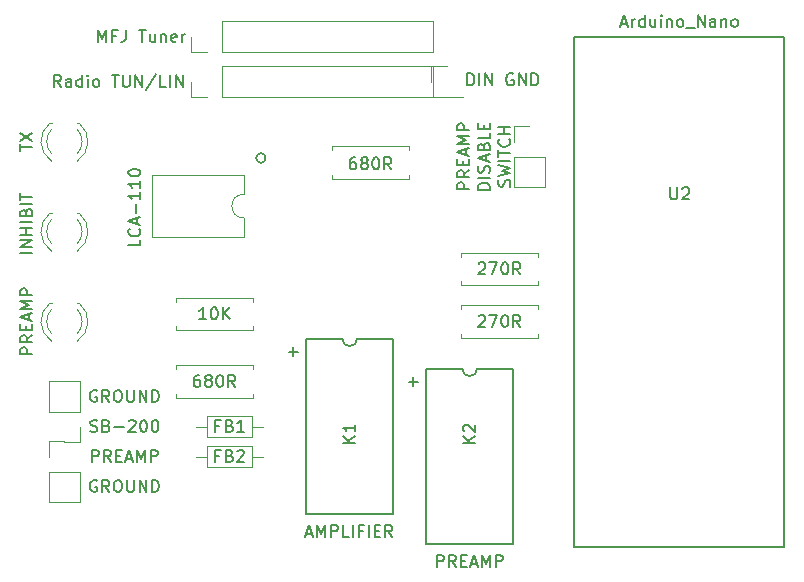
<source format=gbr>
G04 #@! TF.GenerationSoftware,KiCad,Pcbnew,(5.0.2)-1*
G04 #@! TF.CreationDate,2020-10-15T01:05:58-04:00*
G04 #@! TF.ProjectId,Sequencer,53657175-656e-4636-9572-2e6b69636164,TTGO V-2.8*
G04 #@! TF.SameCoordinates,Original*
G04 #@! TF.FileFunction,Legend,Top*
G04 #@! TF.FilePolarity,Positive*
%FSLAX46Y46*%
G04 Gerber Fmt 4.6, Leading zero omitted, Abs format (unit mm)*
G04 Created by KiCad (PCBNEW (5.0.2)-1) date 10/15/2020 1:05:58 AM*
%MOMM*%
%LPD*%
G01*
G04 APERTURE LIST*
%ADD10C,0.203200*%
%ADD11C,0.120000*%
%ADD12C,0.127000*%
%ADD13C,0.150000*%
G04 APERTURE END LIST*
D10*
X67312419Y-48477714D02*
X66296419Y-48477714D01*
X66296419Y-48090666D01*
X66344800Y-47993904D01*
X66393180Y-47945523D01*
X66489942Y-47897142D01*
X66635085Y-47897142D01*
X66731847Y-47945523D01*
X66780228Y-47993904D01*
X66828609Y-48090666D01*
X66828609Y-48477714D01*
X67312419Y-46881142D02*
X66828609Y-47219809D01*
X67312419Y-47461714D02*
X66296419Y-47461714D01*
X66296419Y-47074666D01*
X66344800Y-46977904D01*
X66393180Y-46929523D01*
X66489942Y-46881142D01*
X66635085Y-46881142D01*
X66731847Y-46929523D01*
X66780228Y-46977904D01*
X66828609Y-47074666D01*
X66828609Y-47461714D01*
X66780228Y-46445714D02*
X66780228Y-46107047D01*
X67312419Y-45961904D02*
X67312419Y-46445714D01*
X66296419Y-46445714D01*
X66296419Y-45961904D01*
X67022133Y-45574857D02*
X67022133Y-45091047D01*
X67312419Y-45671619D02*
X66296419Y-45332952D01*
X67312419Y-44994285D01*
X67312419Y-44655619D02*
X66296419Y-44655619D01*
X67022133Y-44316952D01*
X66296419Y-43978285D01*
X67312419Y-43978285D01*
X67312419Y-43494476D02*
X66296419Y-43494476D01*
X66296419Y-43107428D01*
X66344800Y-43010666D01*
X66393180Y-42962285D01*
X66489942Y-42913904D01*
X66635085Y-42913904D01*
X66731847Y-42962285D01*
X66780228Y-43010666D01*
X66828609Y-43107428D01*
X66828609Y-43494476D01*
X69039619Y-48526095D02*
X68023619Y-48526095D01*
X68023619Y-48284190D01*
X68072000Y-48139047D01*
X68168761Y-48042285D01*
X68265523Y-47993904D01*
X68459047Y-47945523D01*
X68604190Y-47945523D01*
X68797714Y-47993904D01*
X68894476Y-48042285D01*
X68991238Y-48139047D01*
X69039619Y-48284190D01*
X69039619Y-48526095D01*
X69039619Y-47510095D02*
X68023619Y-47510095D01*
X68991238Y-47074666D02*
X69039619Y-46929523D01*
X69039619Y-46687619D01*
X68991238Y-46590857D01*
X68942857Y-46542476D01*
X68846095Y-46494095D01*
X68749333Y-46494095D01*
X68652571Y-46542476D01*
X68604190Y-46590857D01*
X68555809Y-46687619D01*
X68507428Y-46881142D01*
X68459047Y-46977904D01*
X68410666Y-47026285D01*
X68313904Y-47074666D01*
X68217142Y-47074666D01*
X68120380Y-47026285D01*
X68072000Y-46977904D01*
X68023619Y-46881142D01*
X68023619Y-46639238D01*
X68072000Y-46494095D01*
X68749333Y-46107047D02*
X68749333Y-45623238D01*
X69039619Y-46203809D02*
X68023619Y-45865142D01*
X69039619Y-45526476D01*
X68507428Y-44849142D02*
X68555809Y-44704000D01*
X68604190Y-44655619D01*
X68700952Y-44607238D01*
X68846095Y-44607238D01*
X68942857Y-44655619D01*
X68991238Y-44704000D01*
X69039619Y-44800761D01*
X69039619Y-45187809D01*
X68023619Y-45187809D01*
X68023619Y-44849142D01*
X68072000Y-44752380D01*
X68120380Y-44704000D01*
X68217142Y-44655619D01*
X68313904Y-44655619D01*
X68410666Y-44704000D01*
X68459047Y-44752380D01*
X68507428Y-44849142D01*
X68507428Y-45187809D01*
X69039619Y-43688000D02*
X69039619Y-44171809D01*
X68023619Y-44171809D01*
X68507428Y-43349333D02*
X68507428Y-43010666D01*
X69039619Y-42865523D02*
X69039619Y-43349333D01*
X68023619Y-43349333D01*
X68023619Y-42865523D01*
X70718438Y-48260000D02*
X70766819Y-48114857D01*
X70766819Y-47872952D01*
X70718438Y-47776190D01*
X70670057Y-47727809D01*
X70573295Y-47679428D01*
X70476533Y-47679428D01*
X70379771Y-47727809D01*
X70331390Y-47776190D01*
X70283009Y-47872952D01*
X70234628Y-48066476D01*
X70186247Y-48163238D01*
X70137866Y-48211619D01*
X70041104Y-48260000D01*
X69944342Y-48260000D01*
X69847580Y-48211619D01*
X69799200Y-48163238D01*
X69750819Y-48066476D01*
X69750819Y-47824571D01*
X69799200Y-47679428D01*
X69750819Y-47340761D02*
X70766819Y-47098857D01*
X70041104Y-46905333D01*
X70766819Y-46711809D01*
X69750819Y-46469904D01*
X70766819Y-46082857D02*
X69750819Y-46082857D01*
X69750819Y-45744190D02*
X69750819Y-45163619D01*
X70766819Y-45453904D02*
X69750819Y-45453904D01*
X70670057Y-44244380D02*
X70718438Y-44292761D01*
X70766819Y-44437904D01*
X70766819Y-44534666D01*
X70718438Y-44679809D01*
X70621676Y-44776571D01*
X70524914Y-44824952D01*
X70331390Y-44873333D01*
X70186247Y-44873333D01*
X69992723Y-44824952D01*
X69895961Y-44776571D01*
X69799200Y-44679809D01*
X69750819Y-44534666D01*
X69750819Y-44437904D01*
X69799200Y-44292761D01*
X69847580Y-44244380D01*
X70766819Y-43808952D02*
X69750819Y-43808952D01*
X70234628Y-43808952D02*
X70234628Y-43228380D01*
X70766819Y-43228380D02*
X69750819Y-43228380D01*
X35753523Y-65532000D02*
X35656761Y-65483619D01*
X35511619Y-65483619D01*
X35366476Y-65532000D01*
X35269714Y-65628761D01*
X35221333Y-65725523D01*
X35172952Y-65919047D01*
X35172952Y-66064190D01*
X35221333Y-66257714D01*
X35269714Y-66354476D01*
X35366476Y-66451238D01*
X35511619Y-66499619D01*
X35608380Y-66499619D01*
X35753523Y-66451238D01*
X35801904Y-66402857D01*
X35801904Y-66064190D01*
X35608380Y-66064190D01*
X36817904Y-66499619D02*
X36479238Y-66015809D01*
X36237333Y-66499619D02*
X36237333Y-65483619D01*
X36624380Y-65483619D01*
X36721142Y-65532000D01*
X36769523Y-65580380D01*
X36817904Y-65677142D01*
X36817904Y-65822285D01*
X36769523Y-65919047D01*
X36721142Y-65967428D01*
X36624380Y-66015809D01*
X36237333Y-66015809D01*
X37446857Y-65483619D02*
X37640380Y-65483619D01*
X37737142Y-65532000D01*
X37833904Y-65628761D01*
X37882285Y-65822285D01*
X37882285Y-66160952D01*
X37833904Y-66354476D01*
X37737142Y-66451238D01*
X37640380Y-66499619D01*
X37446857Y-66499619D01*
X37350095Y-66451238D01*
X37253333Y-66354476D01*
X37204952Y-66160952D01*
X37204952Y-65822285D01*
X37253333Y-65628761D01*
X37350095Y-65532000D01*
X37446857Y-65483619D01*
X38317714Y-65483619D02*
X38317714Y-66306095D01*
X38366095Y-66402857D01*
X38414476Y-66451238D01*
X38511238Y-66499619D01*
X38704761Y-66499619D01*
X38801523Y-66451238D01*
X38849904Y-66402857D01*
X38898285Y-66306095D01*
X38898285Y-65483619D01*
X39382095Y-66499619D02*
X39382095Y-65483619D01*
X39962666Y-66499619D01*
X39962666Y-65483619D01*
X40446476Y-66499619D02*
X40446476Y-65483619D01*
X40688380Y-65483619D01*
X40833523Y-65532000D01*
X40930285Y-65628761D01*
X40978666Y-65725523D01*
X41027047Y-65919047D01*
X41027047Y-66064190D01*
X40978666Y-66257714D01*
X40930285Y-66354476D01*
X40833523Y-66451238D01*
X40688380Y-66499619D01*
X40446476Y-66499619D01*
X35753523Y-73152000D02*
X35656761Y-73103619D01*
X35511619Y-73103619D01*
X35366476Y-73152000D01*
X35269714Y-73248761D01*
X35221333Y-73345523D01*
X35172952Y-73539047D01*
X35172952Y-73684190D01*
X35221333Y-73877714D01*
X35269714Y-73974476D01*
X35366476Y-74071238D01*
X35511619Y-74119619D01*
X35608380Y-74119619D01*
X35753523Y-74071238D01*
X35801904Y-74022857D01*
X35801904Y-73684190D01*
X35608380Y-73684190D01*
X36817904Y-74119619D02*
X36479238Y-73635809D01*
X36237333Y-74119619D02*
X36237333Y-73103619D01*
X36624380Y-73103619D01*
X36721142Y-73152000D01*
X36769523Y-73200380D01*
X36817904Y-73297142D01*
X36817904Y-73442285D01*
X36769523Y-73539047D01*
X36721142Y-73587428D01*
X36624380Y-73635809D01*
X36237333Y-73635809D01*
X37446857Y-73103619D02*
X37640380Y-73103619D01*
X37737142Y-73152000D01*
X37833904Y-73248761D01*
X37882285Y-73442285D01*
X37882285Y-73780952D01*
X37833904Y-73974476D01*
X37737142Y-74071238D01*
X37640380Y-74119619D01*
X37446857Y-74119619D01*
X37350095Y-74071238D01*
X37253333Y-73974476D01*
X37204952Y-73780952D01*
X37204952Y-73442285D01*
X37253333Y-73248761D01*
X37350095Y-73152000D01*
X37446857Y-73103619D01*
X38317714Y-73103619D02*
X38317714Y-73926095D01*
X38366095Y-74022857D01*
X38414476Y-74071238D01*
X38511238Y-74119619D01*
X38704761Y-74119619D01*
X38801523Y-74071238D01*
X38849904Y-74022857D01*
X38898285Y-73926095D01*
X38898285Y-73103619D01*
X39382095Y-74119619D02*
X39382095Y-73103619D01*
X39962666Y-74119619D01*
X39962666Y-73103619D01*
X40446476Y-74119619D02*
X40446476Y-73103619D01*
X40688380Y-73103619D01*
X40833523Y-73152000D01*
X40930285Y-73248761D01*
X40978666Y-73345523D01*
X41027047Y-73539047D01*
X41027047Y-73684190D01*
X40978666Y-73877714D01*
X40930285Y-73974476D01*
X40833523Y-74071238D01*
X40688380Y-74119619D01*
X40446476Y-74119619D01*
D11*
G04 #@! TO.C,SW2*
X71060000Y-48320000D02*
X73720000Y-48320000D01*
X71060000Y-45720000D02*
X71060000Y-48320000D01*
X73720000Y-45720000D02*
X73720000Y-48320000D01*
X71060000Y-45720000D02*
X73720000Y-45720000D01*
X71060000Y-44450000D02*
X71060000Y-43120000D01*
X71060000Y-43120000D02*
X72390000Y-43120000D01*
G04 #@! TO.C,FB2*
X44120000Y-71120000D02*
X45070000Y-71120000D01*
X49860000Y-71120000D02*
X48910000Y-71120000D01*
X45070000Y-72040000D02*
X48910000Y-72040000D01*
X45070000Y-70200000D02*
X45070000Y-72040000D01*
X48910000Y-70200000D02*
X45070000Y-70200000D01*
X48910000Y-72040000D02*
X48910000Y-70200000D01*
G04 #@! TO.C,FB1*
X48910000Y-69500000D02*
X48910000Y-67660000D01*
X48910000Y-67660000D02*
X45070000Y-67660000D01*
X45070000Y-67660000D02*
X45070000Y-69500000D01*
X45070000Y-69500000D02*
X48910000Y-69500000D01*
X49860000Y-68580000D02*
X48910000Y-68580000D01*
X44120000Y-68580000D02*
X45070000Y-68580000D01*
G04 #@! TO.C,J5*
X64075000Y-40700000D02*
X66735000Y-40700000D01*
X64075000Y-40640000D02*
X64075000Y-40700000D01*
X66735000Y-40640000D02*
X66735000Y-40700000D01*
X64075000Y-40640000D02*
X66735000Y-40640000D01*
X64075000Y-39370000D02*
X64075000Y-38040000D01*
X64075000Y-38040000D02*
X65405000Y-38040000D01*
G04 #@! TO.C,J3*
X31690000Y-69790000D02*
X33020000Y-69790000D01*
X31690000Y-71120000D02*
X31690000Y-69790000D01*
X31690000Y-72390000D02*
X34350000Y-72390000D01*
X34350000Y-72390000D02*
X34350000Y-74990000D01*
X31690000Y-72390000D02*
X31690000Y-74990000D01*
X31690000Y-74990000D02*
X34350000Y-74990000D01*
D12*
G04 #@! TO.C,K2*
X63652400Y-63677800D02*
X66649600Y-63677800D01*
X70993000Y-63677800D02*
X68021200Y-63677800D01*
X67970400Y-63677800D02*
G75*
G02X66700400Y-63677800I-635000J0D01*
G01*
X71010000Y-78570000D02*
X63610000Y-78570000D01*
X63610000Y-63670000D02*
X63610000Y-78570000D01*
X71010000Y-63670000D02*
X71010000Y-78570000D01*
D11*
G04 #@! TO.C,D3*
X34098608Y-61362335D02*
G75*
G03X34255516Y-58130000I-1078608J1672335D01*
G01*
X31941392Y-61362335D02*
G75*
G02X31784484Y-58130000I1078608J1672335D01*
G01*
X34099837Y-60731130D02*
G75*
G03X34100000Y-58649039I-1079837J1041130D01*
G01*
X31940163Y-60731130D02*
G75*
G02X31940000Y-58649039I1079837J1041130D01*
G01*
X34256000Y-58130000D02*
X34100000Y-58130000D01*
X31940000Y-58130000D02*
X31784000Y-58130000D01*
G04 #@! TO.C,R5*
X42450000Y-63730000D02*
X42450000Y-63400000D01*
X42450000Y-63400000D02*
X48990000Y-63400000D01*
X48990000Y-63400000D02*
X48990000Y-63730000D01*
X42450000Y-65810000D02*
X42450000Y-66140000D01*
X42450000Y-66140000D02*
X48990000Y-66140000D01*
X48990000Y-66140000D02*
X48990000Y-65810000D01*
G04 #@! TO.C,J2*
X34350000Y-64710000D02*
X31690000Y-64710000D01*
X34350000Y-67310000D02*
X34350000Y-64710000D01*
X31690000Y-67310000D02*
X31690000Y-64710000D01*
X34350000Y-67310000D02*
X31690000Y-67310000D01*
X34350000Y-68580000D02*
X34350000Y-69910000D01*
X34350000Y-69910000D02*
X33020000Y-69910000D01*
G04 #@! TO.C,J4*
X64195000Y-36890000D02*
X64195000Y-34230000D01*
X46355000Y-36890000D02*
X64195000Y-36890000D01*
X46355000Y-34230000D02*
X64195000Y-34230000D01*
X46355000Y-36890000D02*
X46355000Y-34230000D01*
X45085000Y-36890000D02*
X43755000Y-36890000D01*
X43755000Y-36890000D02*
X43755000Y-35560000D01*
D12*
G04 #@! TO.C,U2*
X76200000Y-78740000D02*
X76200000Y-35560000D01*
X76200000Y-35560000D02*
X93980000Y-35560000D01*
X93980000Y-35560000D02*
X93980000Y-78740000D01*
X93980000Y-78740000D02*
X76200000Y-78740000D01*
G04 #@! TO.C,K1*
X60850000Y-61130000D02*
X60850000Y-76030000D01*
X53450000Y-61130000D02*
X53450000Y-76030000D01*
X60850000Y-76030000D02*
X53450000Y-76030000D01*
X57810400Y-61137800D02*
G75*
G02X56540400Y-61137800I-635000J0D01*
G01*
X60833000Y-61137800D02*
X57861200Y-61137800D01*
X53492400Y-61137800D02*
X56489600Y-61137800D01*
G04 #@! TO.C,U1*
X50058609Y-45847000D02*
G75*
G03X50058609Y-45847000I-401609J0D01*
G01*
D11*
X48193000Y-52561000D02*
X48193000Y-50911000D01*
X40453000Y-52561000D02*
X48193000Y-52561000D01*
X40453000Y-47261000D02*
X40453000Y-52561000D01*
X48193000Y-47261000D02*
X40453000Y-47261000D01*
X48193000Y-48911000D02*
X48193000Y-47261000D01*
X48193000Y-50911000D02*
G75*
G02X48193000Y-48911000I0J1000000D01*
G01*
G04 #@! TO.C,J1*
X43755000Y-40700000D02*
X43755000Y-39370000D01*
X45085000Y-40700000D02*
X43755000Y-40700000D01*
X46355000Y-40700000D02*
X46355000Y-38040000D01*
X46355000Y-38040000D02*
X64195000Y-38040000D01*
X46355000Y-40700000D02*
X64195000Y-40700000D01*
X64195000Y-40700000D02*
X64195000Y-38040000D01*
G04 #@! TO.C,D1*
X31940000Y-42890000D02*
X31784000Y-42890000D01*
X34256000Y-42890000D02*
X34100000Y-42890000D01*
X31940163Y-45491130D02*
G75*
G02X31940000Y-43409039I1079837J1041130D01*
G01*
X34099837Y-45491130D02*
G75*
G03X34100000Y-43409039I-1079837J1041130D01*
G01*
X31941392Y-46122335D02*
G75*
G02X31784484Y-42890000I1078608J1672335D01*
G01*
X34098608Y-46122335D02*
G75*
G03X34255516Y-42890000I-1078608J1672335D01*
G01*
G04 #@! TO.C,D2*
X34098608Y-53742335D02*
G75*
G03X34255516Y-50510000I-1078608J1672335D01*
G01*
X31941392Y-53742335D02*
G75*
G02X31784484Y-50510000I1078608J1672335D01*
G01*
X34099837Y-53111130D02*
G75*
G03X34100000Y-51029039I-1079837J1041130D01*
G01*
X31940163Y-53111130D02*
G75*
G02X31940000Y-51029039I1079837J1041130D01*
G01*
X34256000Y-50510000D02*
X34100000Y-50510000D01*
X31940000Y-50510000D02*
X31784000Y-50510000D01*
G04 #@! TO.C,R2*
X48990000Y-60425000D02*
X48990000Y-60095000D01*
X42450000Y-60425000D02*
X48990000Y-60425000D01*
X42450000Y-60095000D02*
X42450000Y-60425000D01*
X48990000Y-57685000D02*
X48990000Y-58015000D01*
X42450000Y-57685000D02*
X48990000Y-57685000D01*
X42450000Y-58015000D02*
X42450000Y-57685000D01*
G04 #@! TO.C,R3*
X66580000Y-54205000D02*
X66580000Y-53875000D01*
X66580000Y-53875000D02*
X73120000Y-53875000D01*
X73120000Y-53875000D02*
X73120000Y-54205000D01*
X66580000Y-56285000D02*
X66580000Y-56615000D01*
X66580000Y-56615000D02*
X73120000Y-56615000D01*
X73120000Y-56615000D02*
X73120000Y-56285000D01*
G04 #@! TO.C,R4*
X73120000Y-61060000D02*
X73120000Y-60730000D01*
X66580000Y-61060000D02*
X73120000Y-61060000D01*
X66580000Y-60730000D02*
X66580000Y-61060000D01*
X73120000Y-58320000D02*
X73120000Y-58650000D01*
X66580000Y-58320000D02*
X73120000Y-58320000D01*
X66580000Y-58650000D02*
X66580000Y-58320000D01*
G04 #@! TO.C,R1*
X55658000Y-45188000D02*
X55658000Y-44858000D01*
X55658000Y-44858000D02*
X62198000Y-44858000D01*
X62198000Y-44858000D02*
X62198000Y-45188000D01*
X55658000Y-47268000D02*
X55658000Y-47598000D01*
X55658000Y-47598000D02*
X62198000Y-47598000D01*
X62198000Y-47598000D02*
X62198000Y-47268000D01*
G04 #@! TO.C,FB2*
D10*
X46143333Y-71047428D02*
X45804666Y-71047428D01*
X45804666Y-71579619D02*
X45804666Y-70563619D01*
X46288476Y-70563619D01*
X47014190Y-71047428D02*
X47159333Y-71095809D01*
X47207714Y-71144190D01*
X47256095Y-71240952D01*
X47256095Y-71386095D01*
X47207714Y-71482857D01*
X47159333Y-71531238D01*
X47062571Y-71579619D01*
X46675523Y-71579619D01*
X46675523Y-70563619D01*
X47014190Y-70563619D01*
X47110952Y-70612000D01*
X47159333Y-70660380D01*
X47207714Y-70757142D01*
X47207714Y-70853904D01*
X47159333Y-70950666D01*
X47110952Y-70999047D01*
X47014190Y-71047428D01*
X46675523Y-71047428D01*
X47643142Y-70660380D02*
X47691523Y-70612000D01*
X47788285Y-70563619D01*
X48030190Y-70563619D01*
X48126952Y-70612000D01*
X48175333Y-70660380D01*
X48223714Y-70757142D01*
X48223714Y-70853904D01*
X48175333Y-70999047D01*
X47594761Y-71579619D01*
X48223714Y-71579619D01*
G04 #@! TO.C,FB1*
X46143333Y-68507428D02*
X45804666Y-68507428D01*
X45804666Y-69039619D02*
X45804666Y-68023619D01*
X46288476Y-68023619D01*
X47014190Y-68507428D02*
X47159333Y-68555809D01*
X47207714Y-68604190D01*
X47256095Y-68700952D01*
X47256095Y-68846095D01*
X47207714Y-68942857D01*
X47159333Y-68991238D01*
X47062571Y-69039619D01*
X46675523Y-69039619D01*
X46675523Y-68023619D01*
X47014190Y-68023619D01*
X47110952Y-68072000D01*
X47159333Y-68120380D01*
X47207714Y-68217142D01*
X47207714Y-68313904D01*
X47159333Y-68410666D01*
X47110952Y-68459047D01*
X47014190Y-68507428D01*
X46675523Y-68507428D01*
X48223714Y-69039619D02*
X47643142Y-69039619D01*
X47933428Y-69039619D02*
X47933428Y-68023619D01*
X47836666Y-68168761D01*
X47739904Y-68265523D01*
X47643142Y-68313904D01*
G04 #@! TO.C,J5*
X67128571Y-39702619D02*
X67128571Y-38686619D01*
X67370476Y-38686619D01*
X67515619Y-38735000D01*
X67612380Y-38831761D01*
X67660761Y-38928523D01*
X67709142Y-39122047D01*
X67709142Y-39267190D01*
X67660761Y-39460714D01*
X67612380Y-39557476D01*
X67515619Y-39654238D01*
X67370476Y-39702619D01*
X67128571Y-39702619D01*
X68144571Y-39702619D02*
X68144571Y-38686619D01*
X68628380Y-39702619D02*
X68628380Y-38686619D01*
X69208952Y-39702619D01*
X69208952Y-38686619D01*
X70999047Y-38735000D02*
X70902285Y-38686619D01*
X70757142Y-38686619D01*
X70612000Y-38735000D01*
X70515238Y-38831761D01*
X70466857Y-38928523D01*
X70418476Y-39122047D01*
X70418476Y-39267190D01*
X70466857Y-39460714D01*
X70515238Y-39557476D01*
X70612000Y-39654238D01*
X70757142Y-39702619D01*
X70853904Y-39702619D01*
X70999047Y-39654238D01*
X71047428Y-39605857D01*
X71047428Y-39267190D01*
X70853904Y-39267190D01*
X71482857Y-39702619D02*
X71482857Y-38686619D01*
X72063428Y-39702619D01*
X72063428Y-38686619D01*
X72547238Y-39702619D02*
X72547238Y-38686619D01*
X72789142Y-38686619D01*
X72934285Y-38735000D01*
X73031047Y-38831761D01*
X73079428Y-38928523D01*
X73127809Y-39122047D01*
X73127809Y-39267190D01*
X73079428Y-39460714D01*
X73031047Y-39557476D01*
X72934285Y-39654238D01*
X72789142Y-39702619D01*
X72547238Y-39702619D01*
G04 #@! TO.C,J3*
X35342285Y-71579619D02*
X35342285Y-70563619D01*
X35729333Y-70563619D01*
X35826095Y-70612000D01*
X35874476Y-70660380D01*
X35922857Y-70757142D01*
X35922857Y-70902285D01*
X35874476Y-70999047D01*
X35826095Y-71047428D01*
X35729333Y-71095809D01*
X35342285Y-71095809D01*
X36938857Y-71579619D02*
X36600190Y-71095809D01*
X36358285Y-71579619D02*
X36358285Y-70563619D01*
X36745333Y-70563619D01*
X36842095Y-70612000D01*
X36890476Y-70660380D01*
X36938857Y-70757142D01*
X36938857Y-70902285D01*
X36890476Y-70999047D01*
X36842095Y-71047428D01*
X36745333Y-71095809D01*
X36358285Y-71095809D01*
X37374285Y-71047428D02*
X37712952Y-71047428D01*
X37858095Y-71579619D02*
X37374285Y-71579619D01*
X37374285Y-70563619D01*
X37858095Y-70563619D01*
X38245142Y-71289333D02*
X38728952Y-71289333D01*
X38148380Y-71579619D02*
X38487047Y-70563619D01*
X38825714Y-71579619D01*
X39164380Y-71579619D02*
X39164380Y-70563619D01*
X39503047Y-71289333D01*
X39841714Y-70563619D01*
X39841714Y-71579619D01*
X40325523Y-71579619D02*
X40325523Y-70563619D01*
X40712571Y-70563619D01*
X40809333Y-70612000D01*
X40857714Y-70660380D01*
X40906095Y-70757142D01*
X40906095Y-70902285D01*
X40857714Y-70999047D01*
X40809333Y-71047428D01*
X40712571Y-71095809D01*
X40325523Y-71095809D01*
G04 #@! TO.C,K2*
D13*
X67762380Y-69953095D02*
X66762380Y-69953095D01*
X67762380Y-69381666D02*
X67190952Y-69810238D01*
X66762380Y-69381666D02*
X67333809Y-69953095D01*
X66857619Y-69000714D02*
X66810000Y-68953095D01*
X66762380Y-68857857D01*
X66762380Y-68619761D01*
X66810000Y-68524523D01*
X66857619Y-68476904D01*
X66952857Y-68429285D01*
X67048095Y-68429285D01*
X67190952Y-68476904D01*
X67762380Y-69048333D01*
X67762380Y-68429285D01*
D10*
X64552285Y-80469619D02*
X64552285Y-79453619D01*
X64939333Y-79453619D01*
X65036095Y-79502000D01*
X65084476Y-79550380D01*
X65132857Y-79647142D01*
X65132857Y-79792285D01*
X65084476Y-79889047D01*
X65036095Y-79937428D01*
X64939333Y-79985809D01*
X64552285Y-79985809D01*
X66148857Y-80469619D02*
X65810190Y-79985809D01*
X65568285Y-80469619D02*
X65568285Y-79453619D01*
X65955333Y-79453619D01*
X66052095Y-79502000D01*
X66100476Y-79550380D01*
X66148857Y-79647142D01*
X66148857Y-79792285D01*
X66100476Y-79889047D01*
X66052095Y-79937428D01*
X65955333Y-79985809D01*
X65568285Y-79985809D01*
X66584285Y-79937428D02*
X66922952Y-79937428D01*
X67068095Y-80469619D02*
X66584285Y-80469619D01*
X66584285Y-79453619D01*
X67068095Y-79453619D01*
X67455142Y-80179333D02*
X67938952Y-80179333D01*
X67358380Y-80469619D02*
X67697047Y-79453619D01*
X68035714Y-80469619D01*
X68374380Y-80469619D02*
X68374380Y-79453619D01*
X68713047Y-80179333D01*
X69051714Y-79453619D01*
X69051714Y-80469619D01*
X69535523Y-80469619D02*
X69535523Y-79453619D01*
X69922571Y-79453619D01*
X70019333Y-79502000D01*
X70067714Y-79550380D01*
X70116095Y-79647142D01*
X70116095Y-79792285D01*
X70067714Y-79889047D01*
X70019333Y-79937428D01*
X69922571Y-79985809D01*
X69535523Y-79985809D01*
D13*
X62555428Y-65150952D02*
X62555428Y-64389047D01*
X62936380Y-64770000D02*
X62174476Y-64770000D01*
G04 #@! TO.C,D3*
D10*
X30304619Y-62447714D02*
X29288619Y-62447714D01*
X29288619Y-62060666D01*
X29337000Y-61963904D01*
X29385380Y-61915523D01*
X29482142Y-61867142D01*
X29627285Y-61867142D01*
X29724047Y-61915523D01*
X29772428Y-61963904D01*
X29820809Y-62060666D01*
X29820809Y-62447714D01*
X30304619Y-60851142D02*
X29820809Y-61189809D01*
X30304619Y-61431714D02*
X29288619Y-61431714D01*
X29288619Y-61044666D01*
X29337000Y-60947904D01*
X29385380Y-60899523D01*
X29482142Y-60851142D01*
X29627285Y-60851142D01*
X29724047Y-60899523D01*
X29772428Y-60947904D01*
X29820809Y-61044666D01*
X29820809Y-61431714D01*
X29772428Y-60415714D02*
X29772428Y-60077047D01*
X30304619Y-59931904D02*
X30304619Y-60415714D01*
X29288619Y-60415714D01*
X29288619Y-59931904D01*
X30014333Y-59544857D02*
X30014333Y-59061047D01*
X30304619Y-59641619D02*
X29288619Y-59302952D01*
X30304619Y-58964285D01*
X30304619Y-58625619D02*
X29288619Y-58625619D01*
X30014333Y-58286952D01*
X29288619Y-57948285D01*
X30304619Y-57948285D01*
X30304619Y-57464476D02*
X29288619Y-57464476D01*
X29288619Y-57077428D01*
X29337000Y-56980666D01*
X29385380Y-56932285D01*
X29482142Y-56883904D01*
X29627285Y-56883904D01*
X29724047Y-56932285D01*
X29772428Y-56980666D01*
X29820809Y-57077428D01*
X29820809Y-57464476D01*
G04 #@! TO.C,R5*
X44437904Y-64213619D02*
X44244380Y-64213619D01*
X44147619Y-64262000D01*
X44099238Y-64310380D01*
X44002476Y-64455523D01*
X43954095Y-64649047D01*
X43954095Y-65036095D01*
X44002476Y-65132857D01*
X44050857Y-65181238D01*
X44147619Y-65229619D01*
X44341142Y-65229619D01*
X44437904Y-65181238D01*
X44486285Y-65132857D01*
X44534666Y-65036095D01*
X44534666Y-64794190D01*
X44486285Y-64697428D01*
X44437904Y-64649047D01*
X44341142Y-64600666D01*
X44147619Y-64600666D01*
X44050857Y-64649047D01*
X44002476Y-64697428D01*
X43954095Y-64794190D01*
X45115238Y-64649047D02*
X45018476Y-64600666D01*
X44970095Y-64552285D01*
X44921714Y-64455523D01*
X44921714Y-64407142D01*
X44970095Y-64310380D01*
X45018476Y-64262000D01*
X45115238Y-64213619D01*
X45308761Y-64213619D01*
X45405523Y-64262000D01*
X45453904Y-64310380D01*
X45502285Y-64407142D01*
X45502285Y-64455523D01*
X45453904Y-64552285D01*
X45405523Y-64600666D01*
X45308761Y-64649047D01*
X45115238Y-64649047D01*
X45018476Y-64697428D01*
X44970095Y-64745809D01*
X44921714Y-64842571D01*
X44921714Y-65036095D01*
X44970095Y-65132857D01*
X45018476Y-65181238D01*
X45115238Y-65229619D01*
X45308761Y-65229619D01*
X45405523Y-65181238D01*
X45453904Y-65132857D01*
X45502285Y-65036095D01*
X45502285Y-64842571D01*
X45453904Y-64745809D01*
X45405523Y-64697428D01*
X45308761Y-64649047D01*
X46131238Y-64213619D02*
X46228000Y-64213619D01*
X46324761Y-64262000D01*
X46373142Y-64310380D01*
X46421523Y-64407142D01*
X46469904Y-64600666D01*
X46469904Y-64842571D01*
X46421523Y-65036095D01*
X46373142Y-65132857D01*
X46324761Y-65181238D01*
X46228000Y-65229619D01*
X46131238Y-65229619D01*
X46034476Y-65181238D01*
X45986095Y-65132857D01*
X45937714Y-65036095D01*
X45889333Y-64842571D01*
X45889333Y-64600666D01*
X45937714Y-64407142D01*
X45986095Y-64310380D01*
X46034476Y-64262000D01*
X46131238Y-64213619D01*
X47485904Y-65229619D02*
X47147238Y-64745809D01*
X46905333Y-65229619D02*
X46905333Y-64213619D01*
X47292380Y-64213619D01*
X47389142Y-64262000D01*
X47437523Y-64310380D01*
X47485904Y-64407142D01*
X47485904Y-64552285D01*
X47437523Y-64649047D01*
X47389142Y-64697428D01*
X47292380Y-64745809D01*
X46905333Y-64745809D01*
G04 #@! TO.C,J2*
X35221333Y-68991238D02*
X35366476Y-69039619D01*
X35608380Y-69039619D01*
X35705142Y-68991238D01*
X35753523Y-68942857D01*
X35801904Y-68846095D01*
X35801904Y-68749333D01*
X35753523Y-68652571D01*
X35705142Y-68604190D01*
X35608380Y-68555809D01*
X35414857Y-68507428D01*
X35318095Y-68459047D01*
X35269714Y-68410666D01*
X35221333Y-68313904D01*
X35221333Y-68217142D01*
X35269714Y-68120380D01*
X35318095Y-68072000D01*
X35414857Y-68023619D01*
X35656761Y-68023619D01*
X35801904Y-68072000D01*
X36576000Y-68507428D02*
X36721142Y-68555809D01*
X36769523Y-68604190D01*
X36817904Y-68700952D01*
X36817904Y-68846095D01*
X36769523Y-68942857D01*
X36721142Y-68991238D01*
X36624380Y-69039619D01*
X36237333Y-69039619D01*
X36237333Y-68023619D01*
X36576000Y-68023619D01*
X36672761Y-68072000D01*
X36721142Y-68120380D01*
X36769523Y-68217142D01*
X36769523Y-68313904D01*
X36721142Y-68410666D01*
X36672761Y-68459047D01*
X36576000Y-68507428D01*
X36237333Y-68507428D01*
X37253333Y-68652571D02*
X38027428Y-68652571D01*
X38462857Y-68120380D02*
X38511238Y-68072000D01*
X38608000Y-68023619D01*
X38849904Y-68023619D01*
X38946666Y-68072000D01*
X38995047Y-68120380D01*
X39043428Y-68217142D01*
X39043428Y-68313904D01*
X38995047Y-68459047D01*
X38414476Y-69039619D01*
X39043428Y-69039619D01*
X39672380Y-68023619D02*
X39769142Y-68023619D01*
X39865904Y-68072000D01*
X39914285Y-68120380D01*
X39962666Y-68217142D01*
X40011047Y-68410666D01*
X40011047Y-68652571D01*
X39962666Y-68846095D01*
X39914285Y-68942857D01*
X39865904Y-68991238D01*
X39769142Y-69039619D01*
X39672380Y-69039619D01*
X39575619Y-68991238D01*
X39527238Y-68942857D01*
X39478857Y-68846095D01*
X39430476Y-68652571D01*
X39430476Y-68410666D01*
X39478857Y-68217142D01*
X39527238Y-68120380D01*
X39575619Y-68072000D01*
X39672380Y-68023619D01*
X40640000Y-68023619D02*
X40736761Y-68023619D01*
X40833523Y-68072000D01*
X40881904Y-68120380D01*
X40930285Y-68217142D01*
X40978666Y-68410666D01*
X40978666Y-68652571D01*
X40930285Y-68846095D01*
X40881904Y-68942857D01*
X40833523Y-68991238D01*
X40736761Y-69039619D01*
X40640000Y-69039619D01*
X40543238Y-68991238D01*
X40494857Y-68942857D01*
X40446476Y-68846095D01*
X40398095Y-68652571D01*
X40398095Y-68410666D01*
X40446476Y-68217142D01*
X40494857Y-68120380D01*
X40543238Y-68072000D01*
X40640000Y-68023619D01*
G04 #@! TO.C,J4*
X32729714Y-39829619D02*
X32391047Y-39345809D01*
X32149142Y-39829619D02*
X32149142Y-38813619D01*
X32536190Y-38813619D01*
X32632952Y-38862000D01*
X32681333Y-38910380D01*
X32729714Y-39007142D01*
X32729714Y-39152285D01*
X32681333Y-39249047D01*
X32632952Y-39297428D01*
X32536190Y-39345809D01*
X32149142Y-39345809D01*
X33600571Y-39829619D02*
X33600571Y-39297428D01*
X33552190Y-39200666D01*
X33455428Y-39152285D01*
X33261904Y-39152285D01*
X33165142Y-39200666D01*
X33600571Y-39781238D02*
X33503809Y-39829619D01*
X33261904Y-39829619D01*
X33165142Y-39781238D01*
X33116761Y-39684476D01*
X33116761Y-39587714D01*
X33165142Y-39490952D01*
X33261904Y-39442571D01*
X33503809Y-39442571D01*
X33600571Y-39394190D01*
X34519809Y-39829619D02*
X34519809Y-38813619D01*
X34519809Y-39781238D02*
X34423047Y-39829619D01*
X34229523Y-39829619D01*
X34132761Y-39781238D01*
X34084380Y-39732857D01*
X34036000Y-39636095D01*
X34036000Y-39345809D01*
X34084380Y-39249047D01*
X34132761Y-39200666D01*
X34229523Y-39152285D01*
X34423047Y-39152285D01*
X34519809Y-39200666D01*
X35003619Y-39829619D02*
X35003619Y-39152285D01*
X35003619Y-38813619D02*
X34955238Y-38862000D01*
X35003619Y-38910380D01*
X35052000Y-38862000D01*
X35003619Y-38813619D01*
X35003619Y-38910380D01*
X35632571Y-39829619D02*
X35535809Y-39781238D01*
X35487428Y-39732857D01*
X35439047Y-39636095D01*
X35439047Y-39345809D01*
X35487428Y-39249047D01*
X35535809Y-39200666D01*
X35632571Y-39152285D01*
X35777714Y-39152285D01*
X35874476Y-39200666D01*
X35922857Y-39249047D01*
X35971238Y-39345809D01*
X35971238Y-39636095D01*
X35922857Y-39732857D01*
X35874476Y-39781238D01*
X35777714Y-39829619D01*
X35632571Y-39829619D01*
X37035619Y-38813619D02*
X37616190Y-38813619D01*
X37325904Y-39829619D02*
X37325904Y-38813619D01*
X37954857Y-38813619D02*
X37954857Y-39636095D01*
X38003238Y-39732857D01*
X38051619Y-39781238D01*
X38148380Y-39829619D01*
X38341904Y-39829619D01*
X38438666Y-39781238D01*
X38487047Y-39732857D01*
X38535428Y-39636095D01*
X38535428Y-38813619D01*
X39019238Y-39829619D02*
X39019238Y-38813619D01*
X39599809Y-39829619D01*
X39599809Y-38813619D01*
X40809333Y-38765238D02*
X39938476Y-40071523D01*
X41631809Y-39829619D02*
X41148000Y-39829619D01*
X41148000Y-38813619D01*
X41970476Y-39829619D02*
X41970476Y-38813619D01*
X42454285Y-39829619D02*
X42454285Y-38813619D01*
X43034857Y-39829619D01*
X43034857Y-38813619D01*
G04 #@! TO.C,U2*
X84315904Y-48338619D02*
X84315904Y-49161095D01*
X84364285Y-49257857D01*
X84412666Y-49306238D01*
X84509428Y-49354619D01*
X84702952Y-49354619D01*
X84799714Y-49306238D01*
X84848095Y-49257857D01*
X84896476Y-49161095D01*
X84896476Y-48338619D01*
X85331904Y-48435380D02*
X85380285Y-48387000D01*
X85477047Y-48338619D01*
X85718952Y-48338619D01*
X85815714Y-48387000D01*
X85864095Y-48435380D01*
X85912476Y-48532142D01*
X85912476Y-48628904D01*
X85864095Y-48774047D01*
X85283523Y-49354619D01*
X85912476Y-49354619D01*
X80155142Y-34459333D02*
X80638952Y-34459333D01*
X80058380Y-34749619D02*
X80397047Y-33733619D01*
X80735714Y-34749619D01*
X81074380Y-34749619D02*
X81074380Y-34072285D01*
X81074380Y-34265809D02*
X81122761Y-34169047D01*
X81171142Y-34120666D01*
X81267904Y-34072285D01*
X81364666Y-34072285D01*
X82138761Y-34749619D02*
X82138761Y-33733619D01*
X82138761Y-34701238D02*
X82042000Y-34749619D01*
X81848476Y-34749619D01*
X81751714Y-34701238D01*
X81703333Y-34652857D01*
X81654952Y-34556095D01*
X81654952Y-34265809D01*
X81703333Y-34169047D01*
X81751714Y-34120666D01*
X81848476Y-34072285D01*
X82042000Y-34072285D01*
X82138761Y-34120666D01*
X83058000Y-34072285D02*
X83058000Y-34749619D01*
X82622571Y-34072285D02*
X82622571Y-34604476D01*
X82670952Y-34701238D01*
X82767714Y-34749619D01*
X82912857Y-34749619D01*
X83009619Y-34701238D01*
X83058000Y-34652857D01*
X83541809Y-34749619D02*
X83541809Y-34072285D01*
X83541809Y-33733619D02*
X83493428Y-33782000D01*
X83541809Y-33830380D01*
X83590190Y-33782000D01*
X83541809Y-33733619D01*
X83541809Y-33830380D01*
X84025619Y-34072285D02*
X84025619Y-34749619D01*
X84025619Y-34169047D02*
X84074000Y-34120666D01*
X84170761Y-34072285D01*
X84315904Y-34072285D01*
X84412666Y-34120666D01*
X84461047Y-34217428D01*
X84461047Y-34749619D01*
X85090000Y-34749619D02*
X84993238Y-34701238D01*
X84944857Y-34652857D01*
X84896476Y-34556095D01*
X84896476Y-34265809D01*
X84944857Y-34169047D01*
X84993238Y-34120666D01*
X85090000Y-34072285D01*
X85235142Y-34072285D01*
X85331904Y-34120666D01*
X85380285Y-34169047D01*
X85428666Y-34265809D01*
X85428666Y-34556095D01*
X85380285Y-34652857D01*
X85331904Y-34701238D01*
X85235142Y-34749619D01*
X85090000Y-34749619D01*
X85622190Y-34846380D02*
X86396285Y-34846380D01*
X86638190Y-34749619D02*
X86638190Y-33733619D01*
X87218761Y-34749619D01*
X87218761Y-33733619D01*
X88138000Y-34749619D02*
X88138000Y-34217428D01*
X88089619Y-34120666D01*
X87992857Y-34072285D01*
X87799333Y-34072285D01*
X87702571Y-34120666D01*
X88138000Y-34701238D02*
X88041238Y-34749619D01*
X87799333Y-34749619D01*
X87702571Y-34701238D01*
X87654190Y-34604476D01*
X87654190Y-34507714D01*
X87702571Y-34410952D01*
X87799333Y-34362571D01*
X88041238Y-34362571D01*
X88138000Y-34314190D01*
X88621809Y-34072285D02*
X88621809Y-34749619D01*
X88621809Y-34169047D02*
X88670190Y-34120666D01*
X88766952Y-34072285D01*
X88912095Y-34072285D01*
X89008857Y-34120666D01*
X89057238Y-34217428D01*
X89057238Y-34749619D01*
X89686190Y-34749619D02*
X89589428Y-34701238D01*
X89541047Y-34652857D01*
X89492666Y-34556095D01*
X89492666Y-34265809D01*
X89541047Y-34169047D01*
X89589428Y-34120666D01*
X89686190Y-34072285D01*
X89831333Y-34072285D01*
X89928095Y-34120666D01*
X89976476Y-34169047D01*
X90024857Y-34265809D01*
X90024857Y-34556095D01*
X89976476Y-34652857D01*
X89928095Y-34701238D01*
X89831333Y-34749619D01*
X89686190Y-34749619D01*
G04 #@! TO.C,K1*
D13*
X57602380Y-69953095D02*
X56602380Y-69953095D01*
X57602380Y-69381666D02*
X57030952Y-69810238D01*
X56602380Y-69381666D02*
X57173809Y-69953095D01*
X57602380Y-68429285D02*
X57602380Y-69000714D01*
X57602380Y-68715000D02*
X56602380Y-68715000D01*
X56745238Y-68810238D01*
X56840476Y-68905476D01*
X56888095Y-69000714D01*
D10*
X53521428Y-77639333D02*
X54005238Y-77639333D01*
X53424666Y-77929619D02*
X53763333Y-76913619D01*
X54102000Y-77929619D01*
X54440666Y-77929619D02*
X54440666Y-76913619D01*
X54779333Y-77639333D01*
X55118000Y-76913619D01*
X55118000Y-77929619D01*
X55601809Y-77929619D02*
X55601809Y-76913619D01*
X55988857Y-76913619D01*
X56085619Y-76962000D01*
X56134000Y-77010380D01*
X56182380Y-77107142D01*
X56182380Y-77252285D01*
X56134000Y-77349047D01*
X56085619Y-77397428D01*
X55988857Y-77445809D01*
X55601809Y-77445809D01*
X57101619Y-77929619D02*
X56617809Y-77929619D01*
X56617809Y-76913619D01*
X57440285Y-77929619D02*
X57440285Y-76913619D01*
X58262761Y-77397428D02*
X57924095Y-77397428D01*
X57924095Y-77929619D02*
X57924095Y-76913619D01*
X58407904Y-76913619D01*
X58794952Y-77929619D02*
X58794952Y-76913619D01*
X59278761Y-77397428D02*
X59617428Y-77397428D01*
X59762571Y-77929619D02*
X59278761Y-77929619D01*
X59278761Y-76913619D01*
X59762571Y-76913619D01*
X60778571Y-77929619D02*
X60439904Y-77445809D01*
X60198000Y-77929619D02*
X60198000Y-76913619D01*
X60585047Y-76913619D01*
X60681809Y-76962000D01*
X60730190Y-77010380D01*
X60778571Y-77107142D01*
X60778571Y-77252285D01*
X60730190Y-77349047D01*
X60681809Y-77397428D01*
X60585047Y-77445809D01*
X60198000Y-77445809D01*
D13*
X52395428Y-62610952D02*
X52395428Y-61849047D01*
X52776380Y-62230000D02*
X52014476Y-62230000D01*
G04 #@! TO.C,U1*
D10*
X39448619Y-52747333D02*
X39448619Y-53231142D01*
X38432619Y-53231142D01*
X39351857Y-51828095D02*
X39400238Y-51876476D01*
X39448619Y-52021619D01*
X39448619Y-52118380D01*
X39400238Y-52263523D01*
X39303476Y-52360285D01*
X39206714Y-52408666D01*
X39013190Y-52457047D01*
X38868047Y-52457047D01*
X38674523Y-52408666D01*
X38577761Y-52360285D01*
X38481000Y-52263523D01*
X38432619Y-52118380D01*
X38432619Y-52021619D01*
X38481000Y-51876476D01*
X38529380Y-51828095D01*
X39158333Y-51441047D02*
X39158333Y-50957238D01*
X39448619Y-51537809D02*
X38432619Y-51199142D01*
X39448619Y-50860476D01*
X39061571Y-50521809D02*
X39061571Y-49747714D01*
X39448619Y-48731714D02*
X39448619Y-49312285D01*
X39448619Y-49022000D02*
X38432619Y-49022000D01*
X38577761Y-49118761D01*
X38674523Y-49215523D01*
X38722904Y-49312285D01*
X39448619Y-47764095D02*
X39448619Y-48344666D01*
X39448619Y-48054380D02*
X38432619Y-48054380D01*
X38577761Y-48151142D01*
X38674523Y-48247904D01*
X38722904Y-48344666D01*
X38432619Y-47135142D02*
X38432619Y-47038380D01*
X38481000Y-46941619D01*
X38529380Y-46893238D01*
X38626142Y-46844857D01*
X38819666Y-46796476D01*
X39061571Y-46796476D01*
X39255095Y-46844857D01*
X39351857Y-46893238D01*
X39400238Y-46941619D01*
X39448619Y-47038380D01*
X39448619Y-47135142D01*
X39400238Y-47231904D01*
X39351857Y-47280285D01*
X39255095Y-47328666D01*
X39061571Y-47377047D01*
X38819666Y-47377047D01*
X38626142Y-47328666D01*
X38529380Y-47280285D01*
X38481000Y-47231904D01*
X38432619Y-47135142D01*
G04 #@! TO.C,J1*
X35892619Y-36019619D02*
X35892619Y-35003619D01*
X36231285Y-35729333D01*
X36569952Y-35003619D01*
X36569952Y-36019619D01*
X37392428Y-35487428D02*
X37053761Y-35487428D01*
X37053761Y-36019619D02*
X37053761Y-35003619D01*
X37537571Y-35003619D01*
X38214904Y-35003619D02*
X38214904Y-35729333D01*
X38166523Y-35874476D01*
X38069761Y-35971238D01*
X37924619Y-36019619D01*
X37827857Y-36019619D01*
X39327666Y-35003619D02*
X39908238Y-35003619D01*
X39617952Y-36019619D02*
X39617952Y-35003619D01*
X40682333Y-35342285D02*
X40682333Y-36019619D01*
X40246904Y-35342285D02*
X40246904Y-35874476D01*
X40295285Y-35971238D01*
X40392047Y-36019619D01*
X40537190Y-36019619D01*
X40633952Y-35971238D01*
X40682333Y-35922857D01*
X41166142Y-35342285D02*
X41166142Y-36019619D01*
X41166142Y-35439047D02*
X41214523Y-35390666D01*
X41311285Y-35342285D01*
X41456428Y-35342285D01*
X41553190Y-35390666D01*
X41601571Y-35487428D01*
X41601571Y-36019619D01*
X42472428Y-35971238D02*
X42375666Y-36019619D01*
X42182142Y-36019619D01*
X42085380Y-35971238D01*
X42037000Y-35874476D01*
X42037000Y-35487428D01*
X42085380Y-35390666D01*
X42182142Y-35342285D01*
X42375666Y-35342285D01*
X42472428Y-35390666D01*
X42520809Y-35487428D01*
X42520809Y-35584190D01*
X42037000Y-35680952D01*
X42956238Y-36019619D02*
X42956238Y-35342285D01*
X42956238Y-35535809D02*
X43004619Y-35439047D01*
X43053000Y-35390666D01*
X43149761Y-35342285D01*
X43246523Y-35342285D01*
G04 #@! TO.C,D1*
X29288619Y-45224095D02*
X29288619Y-44643523D01*
X30304619Y-44933809D02*
X29288619Y-44933809D01*
X29288619Y-44401619D02*
X30304619Y-43724285D01*
X29288619Y-43724285D02*
X30304619Y-44401619D01*
G04 #@! TO.C,D2*
X30304619Y-53878238D02*
X29288619Y-53878238D01*
X30304619Y-53394428D02*
X29288619Y-53394428D01*
X30304619Y-52813857D01*
X29288619Y-52813857D01*
X30304619Y-52330047D02*
X29288619Y-52330047D01*
X29772428Y-52330047D02*
X29772428Y-51749476D01*
X30304619Y-51749476D02*
X29288619Y-51749476D01*
X30304619Y-51265666D02*
X29288619Y-51265666D01*
X29772428Y-50443190D02*
X29820809Y-50298047D01*
X29869190Y-50249666D01*
X29965952Y-50201285D01*
X30111095Y-50201285D01*
X30207857Y-50249666D01*
X30256238Y-50298047D01*
X30304619Y-50394809D01*
X30304619Y-50781857D01*
X29288619Y-50781857D01*
X29288619Y-50443190D01*
X29337000Y-50346428D01*
X29385380Y-50298047D01*
X29482142Y-50249666D01*
X29578904Y-50249666D01*
X29675666Y-50298047D01*
X29724047Y-50346428D01*
X29772428Y-50443190D01*
X29772428Y-50781857D01*
X30304619Y-49765857D02*
X29288619Y-49765857D01*
X29288619Y-49427190D02*
X29288619Y-48846619D01*
X30304619Y-49136904D02*
X29288619Y-49136904D01*
G04 #@! TO.C,R2*
X45018476Y-59514619D02*
X44437904Y-59514619D01*
X44728190Y-59514619D02*
X44728190Y-58498619D01*
X44631428Y-58643761D01*
X44534666Y-58740523D01*
X44437904Y-58788904D01*
X45647428Y-58498619D02*
X45744190Y-58498619D01*
X45840952Y-58547000D01*
X45889333Y-58595380D01*
X45937714Y-58692142D01*
X45986095Y-58885666D01*
X45986095Y-59127571D01*
X45937714Y-59321095D01*
X45889333Y-59417857D01*
X45840952Y-59466238D01*
X45744190Y-59514619D01*
X45647428Y-59514619D01*
X45550666Y-59466238D01*
X45502285Y-59417857D01*
X45453904Y-59321095D01*
X45405523Y-59127571D01*
X45405523Y-58885666D01*
X45453904Y-58692142D01*
X45502285Y-58595380D01*
X45550666Y-58547000D01*
X45647428Y-58498619D01*
X46421523Y-59514619D02*
X46421523Y-58498619D01*
X47002095Y-59514619D02*
X46566666Y-58934047D01*
X47002095Y-58498619D02*
X46421523Y-59079190D01*
G04 #@! TO.C,R3*
X68084095Y-54785380D02*
X68132476Y-54737000D01*
X68229238Y-54688619D01*
X68471142Y-54688619D01*
X68567904Y-54737000D01*
X68616285Y-54785380D01*
X68664666Y-54882142D01*
X68664666Y-54978904D01*
X68616285Y-55124047D01*
X68035714Y-55704619D01*
X68664666Y-55704619D01*
X69003333Y-54688619D02*
X69680666Y-54688619D01*
X69245238Y-55704619D01*
X70261238Y-54688619D02*
X70358000Y-54688619D01*
X70454761Y-54737000D01*
X70503142Y-54785380D01*
X70551523Y-54882142D01*
X70599904Y-55075666D01*
X70599904Y-55317571D01*
X70551523Y-55511095D01*
X70503142Y-55607857D01*
X70454761Y-55656238D01*
X70358000Y-55704619D01*
X70261238Y-55704619D01*
X70164476Y-55656238D01*
X70116095Y-55607857D01*
X70067714Y-55511095D01*
X70019333Y-55317571D01*
X70019333Y-55075666D01*
X70067714Y-54882142D01*
X70116095Y-54785380D01*
X70164476Y-54737000D01*
X70261238Y-54688619D01*
X71615904Y-55704619D02*
X71277238Y-55220809D01*
X71035333Y-55704619D02*
X71035333Y-54688619D01*
X71422380Y-54688619D01*
X71519142Y-54737000D01*
X71567523Y-54785380D01*
X71615904Y-54882142D01*
X71615904Y-55027285D01*
X71567523Y-55124047D01*
X71519142Y-55172428D01*
X71422380Y-55220809D01*
X71035333Y-55220809D01*
G04 #@! TO.C,R4*
X68084095Y-59230380D02*
X68132476Y-59182000D01*
X68229238Y-59133619D01*
X68471142Y-59133619D01*
X68567904Y-59182000D01*
X68616285Y-59230380D01*
X68664666Y-59327142D01*
X68664666Y-59423904D01*
X68616285Y-59569047D01*
X68035714Y-60149619D01*
X68664666Y-60149619D01*
X69003333Y-59133619D02*
X69680666Y-59133619D01*
X69245238Y-60149619D01*
X70261238Y-59133619D02*
X70358000Y-59133619D01*
X70454761Y-59182000D01*
X70503142Y-59230380D01*
X70551523Y-59327142D01*
X70599904Y-59520666D01*
X70599904Y-59762571D01*
X70551523Y-59956095D01*
X70503142Y-60052857D01*
X70454761Y-60101238D01*
X70358000Y-60149619D01*
X70261238Y-60149619D01*
X70164476Y-60101238D01*
X70116095Y-60052857D01*
X70067714Y-59956095D01*
X70019333Y-59762571D01*
X70019333Y-59520666D01*
X70067714Y-59327142D01*
X70116095Y-59230380D01*
X70164476Y-59182000D01*
X70261238Y-59133619D01*
X71615904Y-60149619D02*
X71277238Y-59665809D01*
X71035333Y-60149619D02*
X71035333Y-59133619D01*
X71422380Y-59133619D01*
X71519142Y-59182000D01*
X71567523Y-59230380D01*
X71615904Y-59327142D01*
X71615904Y-59472285D01*
X71567523Y-59569047D01*
X71519142Y-59617428D01*
X71422380Y-59665809D01*
X71035333Y-59665809D01*
G04 #@! TO.C,R1*
X57645904Y-45798619D02*
X57452380Y-45798619D01*
X57355619Y-45847000D01*
X57307238Y-45895380D01*
X57210476Y-46040523D01*
X57162095Y-46234047D01*
X57162095Y-46621095D01*
X57210476Y-46717857D01*
X57258857Y-46766238D01*
X57355619Y-46814619D01*
X57549142Y-46814619D01*
X57645904Y-46766238D01*
X57694285Y-46717857D01*
X57742666Y-46621095D01*
X57742666Y-46379190D01*
X57694285Y-46282428D01*
X57645904Y-46234047D01*
X57549142Y-46185666D01*
X57355619Y-46185666D01*
X57258857Y-46234047D01*
X57210476Y-46282428D01*
X57162095Y-46379190D01*
X58323238Y-46234047D02*
X58226476Y-46185666D01*
X58178095Y-46137285D01*
X58129714Y-46040523D01*
X58129714Y-45992142D01*
X58178095Y-45895380D01*
X58226476Y-45847000D01*
X58323238Y-45798619D01*
X58516761Y-45798619D01*
X58613523Y-45847000D01*
X58661904Y-45895380D01*
X58710285Y-45992142D01*
X58710285Y-46040523D01*
X58661904Y-46137285D01*
X58613523Y-46185666D01*
X58516761Y-46234047D01*
X58323238Y-46234047D01*
X58226476Y-46282428D01*
X58178095Y-46330809D01*
X58129714Y-46427571D01*
X58129714Y-46621095D01*
X58178095Y-46717857D01*
X58226476Y-46766238D01*
X58323238Y-46814619D01*
X58516761Y-46814619D01*
X58613523Y-46766238D01*
X58661904Y-46717857D01*
X58710285Y-46621095D01*
X58710285Y-46427571D01*
X58661904Y-46330809D01*
X58613523Y-46282428D01*
X58516761Y-46234047D01*
X59339238Y-45798619D02*
X59436000Y-45798619D01*
X59532761Y-45847000D01*
X59581142Y-45895380D01*
X59629523Y-45992142D01*
X59677904Y-46185666D01*
X59677904Y-46427571D01*
X59629523Y-46621095D01*
X59581142Y-46717857D01*
X59532761Y-46766238D01*
X59436000Y-46814619D01*
X59339238Y-46814619D01*
X59242476Y-46766238D01*
X59194095Y-46717857D01*
X59145714Y-46621095D01*
X59097333Y-46427571D01*
X59097333Y-46185666D01*
X59145714Y-45992142D01*
X59194095Y-45895380D01*
X59242476Y-45847000D01*
X59339238Y-45798619D01*
X60693904Y-46814619D02*
X60355238Y-46330809D01*
X60113333Y-46814619D02*
X60113333Y-45798619D01*
X60500380Y-45798619D01*
X60597142Y-45847000D01*
X60645523Y-45895380D01*
X60693904Y-45992142D01*
X60693904Y-46137285D01*
X60645523Y-46234047D01*
X60597142Y-46282428D01*
X60500380Y-46330809D01*
X60113333Y-46330809D01*
G04 #@! TD*
M02*

</source>
